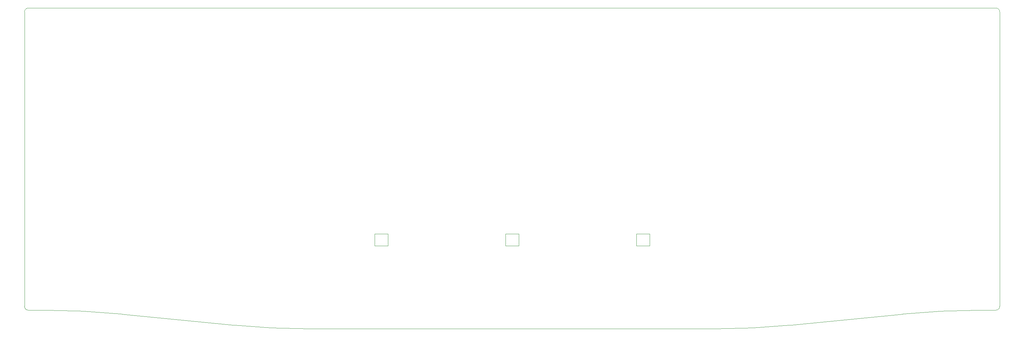
<source format=gbr>
%TF.GenerationSoftware,KiCad,Pcbnew,(7.0.0)*%
%TF.CreationDate,2023-11-20T17:19:36+01:00*%
%TF.ProjectId,alpha-curISO,616c7068-612d-4637-9572-49534f2e6b69,rev?*%
%TF.SameCoordinates,Original*%
%TF.FileFunction,Profile,NP*%
%FSLAX46Y46*%
G04 Gerber Fmt 4.6, Leading zero omitted, Abs format (unit mm)*
G04 Created by KiCad (PCBNEW (7.0.0)) date 2023-11-20 17:19:36*
%MOMM*%
%LPD*%
G01*
G04 APERTURE LIST*
%TA.AperFunction,Profile*%
%ADD10C,0.050000*%
%TD*%
%TA.AperFunction,Profile*%
%ADD11C,0.120000*%
%TD*%
G04 APERTURE END LIST*
D10*
X23337511Y-124907490D02*
G75*
G03*
X24337500Y-125907489I999889J-110D01*
G01*
X271937500Y-108787414D02*
X271937500Y-65877955D01*
X267052506Y-125907488D02*
G75*
G03*
X247197758Y-126888065I94J-201502012D01*
G01*
X199197493Y-130670186D02*
G75*
G03*
X218756637Y-129704206I7J198499486D01*
G01*
X271937500Y-51637414D02*
X271937500Y-49757684D01*
X267052506Y-125907487D02*
X270937500Y-125907487D01*
X48077234Y-126888066D02*
X76518369Y-129704208D01*
X23337502Y-49757685D02*
X23337501Y-51637365D01*
X76518369Y-129704208D02*
G75*
G03*
X96077500Y-130670184I19559131J197534108D01*
G01*
X271937500Y-65877955D02*
X271937500Y-51637414D01*
X23337501Y-108787365D02*
X23337501Y-123028004D01*
X271937516Y-49757684D02*
G75*
G03*
X270937500Y-48757684I-1000216J-216D01*
G01*
X270937500Y-48757684D02*
X24337500Y-48757686D01*
X24337500Y-125907489D02*
X28222500Y-125907490D01*
X23337501Y-123028004D02*
X23337501Y-124907490D01*
X271937500Y-123027955D02*
X271937500Y-108787414D01*
X270937500Y-125907500D02*
G75*
G03*
X271937500Y-124907487I100J999900D01*
G01*
X218756637Y-129704207D02*
X247197758Y-126888064D01*
X23337501Y-51637365D02*
X23337500Y-65878004D01*
X48077234Y-126888065D02*
G75*
G03*
X28222500Y-125907490I-19854634J-200517435D01*
G01*
X23337500Y-65878004D02*
X23337501Y-108787365D01*
X271937500Y-124907487D02*
X271937500Y-123027955D01*
X24337500Y-48757702D02*
G75*
G03*
X23337502Y-49757685I0J-999998D01*
G01*
X96077500Y-130670184D02*
X199197493Y-130670185D01*
D11*
%TO.C,LED2*%
X149337500Y-109450000D02*
X149337500Y-106450000D01*
X149337500Y-106450000D02*
X145937500Y-106450000D01*
X145937500Y-109450000D02*
X149337500Y-109450000D01*
X145937500Y-106450000D02*
X145937500Y-109450000D01*
%TO.C,LED3*%
X182675000Y-109450000D02*
X182675000Y-106450000D01*
X182675000Y-106450000D02*
X179275000Y-106450000D01*
X179275000Y-109450000D02*
X182675000Y-109450000D01*
X179275000Y-106450000D02*
X179275000Y-109450000D01*
%TO.C,LED1*%
X116000000Y-109450000D02*
X116000000Y-106450000D01*
X116000000Y-106450000D02*
X112600000Y-106450000D01*
X112600000Y-109450000D02*
X116000000Y-109450000D01*
X112600000Y-106450000D02*
X112600000Y-109450000D01*
%TD*%
M02*

</source>
